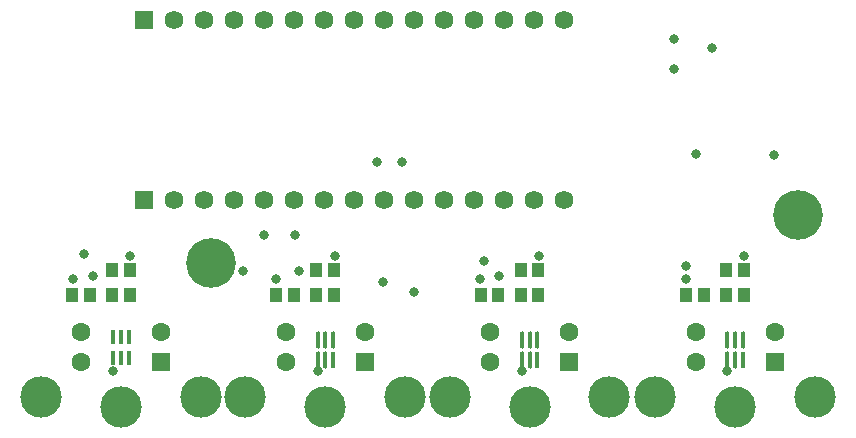
<source format=gbr>
%TF.GenerationSoftware,Altium Limited,Altium Designer,25.6.2 (33)*%
G04 Layer_Color=16711935*
%FSLAX45Y45*%
%MOMM*%
%TF.SameCoordinates,85768DE1-254B-4F2A-BBB9-FB77CA5A1332*%
%TF.FilePolarity,Negative*%
%TF.FileFunction,Soldermask,Bot*%
%TF.Part,Single*%
G01*
G75*
%TA.AperFunction,ComponentPad*%
%ADD14C,1.59000*%
%ADD18R,1.59000X1.59000*%
%TA.AperFunction,SMDPad,CuDef*%
G04:AMPARAMS|DCode=22|XSize=1.46387mm|YSize=0.37583mm|CornerRadius=0.18791mm|HoleSize=0mm|Usage=FLASHONLY|Rotation=90.000|XOffset=0mm|YOffset=0mm|HoleType=Round|Shape=RoundedRectangle|*
%AMROUNDEDRECTD22*
21,1,1.46387,0.00000,0,0,90.0*
21,1,1.08804,0.37583,0,0,90.0*
1,1,0.37583,0.00000,0.54402*
1,1,0.37583,0.00000,-0.54402*
1,1,0.37583,0.00000,-0.54402*
1,1,0.37583,0.00000,0.54402*
%
%ADD22ROUNDEDRECTD22*%
G04:AMPARAMS|DCode=23|XSize=1.2mm|YSize=0.37583mm|CornerRadius=0.18791mm|HoleSize=0mm|Usage=FLASHONLY|Rotation=90.000|XOffset=0mm|YOffset=0mm|HoleType=Round|Shape=RoundedRectangle|*
%AMROUNDEDRECTD23*
21,1,1.20000,0.00000,0,0,90.0*
21,1,0.82417,0.37583,0,0,90.0*
1,1,0.37583,0.00000,0.41209*
1,1,0.37583,0.00000,-0.41209*
1,1,0.37583,0.00000,-0.41209*
1,1,0.37583,0.00000,0.41209*
%
%ADD23ROUNDEDRECTD23*%
%ADD24R,0.37583X1.46387*%
G04:AMPARAMS|DCode=25|XSize=1.2mm|YSize=0.37mm|CornerRadius=0.185mm|HoleSize=0mm|Usage=FLASHONLY|Rotation=90.000|XOffset=0mm|YOffset=0mm|HoleType=Round|Shape=RoundedRectangle|*
%AMROUNDEDRECTD25*
21,1,1.20000,0.00000,0,0,90.0*
21,1,0.83000,0.37000,0,0,90.0*
1,1,0.37000,0.00000,0.41500*
1,1,0.37000,0.00000,-0.41500*
1,1,0.37000,0.00000,-0.41500*
1,1,0.37000,0.00000,0.41500*
%
%ADD25ROUNDEDRECTD25*%
%ADD26R,0.37583X1.20000*%
%TA.AperFunction,ViaPad*%
%ADD33C,4.20320*%
%TA.AperFunction,ComponentPad*%
%ADD34C,1.60120*%
%ADD35C,3.50920*%
%ADD36R,1.60120X1.60120*%
%TA.AperFunction,SMDPad,CuDef*%
%ADD37R,1.00320X1.20320*%
%TA.AperFunction,ViaPad*%
%ADD38C,0.83820*%
D14*
X1828800Y3556000D02*
D03*
X3606800Y2032000D02*
D03*
X1828800D02*
D03*
X1320800Y3556000D02*
D03*
X2844800Y2032000D02*
D03*
X2590800D02*
D03*
X1320800D02*
D03*
X1574800D02*
D03*
X2336800D02*
D03*
X3098800D02*
D03*
X3860800D02*
D03*
X4114800D02*
D03*
X4368800D02*
D03*
X4622800D02*
D03*
X2082800D02*
D03*
X3352800D02*
D03*
X4622800Y3556000D02*
D03*
X4368800D02*
D03*
X4114800D02*
D03*
X3860800D02*
D03*
X3606800D02*
D03*
X3352800D02*
D03*
X3098800D02*
D03*
X2844800D02*
D03*
X2590800D02*
D03*
X2336800D02*
D03*
X2082800D02*
D03*
X1574800D02*
D03*
D18*
X1066800Y2032000D02*
D03*
Y3556000D02*
D03*
D22*
X6005000Y842014D02*
D03*
X4265000D02*
D03*
X2535000D02*
D03*
X2600000Y677986D02*
D03*
Y842014D02*
D03*
X4330000Y677986D02*
D03*
Y842014D02*
D03*
X6070000Y677986D02*
D03*
Y842014D02*
D03*
X6135000D02*
D03*
X6005000Y677986D02*
D03*
X2665000Y842014D02*
D03*
X2535000Y677986D02*
D03*
X4395000Y842014D02*
D03*
X4265000Y677986D02*
D03*
D23*
X805000Y870540D02*
D03*
X870000Y696540D02*
D03*
Y870540D02*
D03*
X805000Y696540D02*
D03*
D24*
X2665000Y677986D02*
D03*
X6135000D02*
D03*
X4395000D02*
D03*
D25*
X935000Y870540D02*
D03*
D26*
Y696540D02*
D03*
D33*
X6600000Y1900000D02*
D03*
X1630000Y1500000D02*
D03*
D34*
X4665000Y909000D02*
D03*
X6405000D02*
D03*
X3995000D02*
D03*
X5735000Y660000D02*
D03*
X3995000D02*
D03*
X2265000D02*
D03*
X535000D02*
D03*
X1205000Y909000D02*
D03*
X5735000D02*
D03*
X535000D02*
D03*
X2935000D02*
D03*
X2265000D02*
D03*
D35*
X6746000Y360000D02*
D03*
X5394000D02*
D03*
X6070000Y279000D02*
D03*
X4330000D02*
D03*
X3654000Y360000D02*
D03*
X5006000D02*
D03*
X3276000D02*
D03*
X1924000D02*
D03*
X2600000Y279000D02*
D03*
X870000D02*
D03*
X194000Y360000D02*
D03*
X1546000D02*
D03*
D36*
X1205000Y660000D02*
D03*
X2935000D02*
D03*
X4665000D02*
D03*
X6405000D02*
D03*
D37*
X5995000Y1440000D02*
D03*
X4255000D02*
D03*
X5995000Y1230000D02*
D03*
X4255000D02*
D03*
X5805000D02*
D03*
X4065000D02*
D03*
X795000Y1440000D02*
D03*
X2525000D02*
D03*
X2335000Y1230000D02*
D03*
X795000D02*
D03*
X2525000D02*
D03*
X605000D02*
D03*
X4405000Y1440000D02*
D03*
X6145000D02*
D03*
X3915000Y1230000D02*
D03*
X945000Y1440000D02*
D03*
X5655000Y1230000D02*
D03*
X455000D02*
D03*
X2675000Y1440000D02*
D03*
X2185000Y1230000D02*
D03*
X2675000D02*
D03*
X6145000D02*
D03*
X4405000D02*
D03*
X945000D02*
D03*
D38*
X5550000Y3390000D02*
D03*
Y3140000D02*
D03*
X3350000Y1250000D02*
D03*
X3090000Y1340000D02*
D03*
X3040000Y2350000D02*
D03*
X3250000D02*
D03*
X6400000Y2410000D02*
D03*
X5740000Y2420000D02*
D03*
X5870000Y3320000D02*
D03*
X1900000Y1430000D02*
D03*
X2380000D02*
D03*
X3940000Y1510000D02*
D03*
X4070000Y1390000D02*
D03*
X5650000Y1470000D02*
D03*
X560000Y1570000D02*
D03*
X630000Y1390000D02*
D03*
X2340000Y1730000D02*
D03*
X2080000D02*
D03*
X4406900Y1560000D02*
D03*
X6145000D02*
D03*
X3910000Y1360000D02*
D03*
X950000Y1560000D02*
D03*
X5650000Y1360000D02*
D03*
X460000D02*
D03*
X2680000Y1560000D02*
D03*
X2180000Y1360000D02*
D03*
X6004560Y581660D02*
D03*
X4264660Y579120D02*
D03*
X2534920Y581660D02*
D03*
X805180Y579120D02*
D03*
%TF.MD5,c80f4126b72d1ca268b1da1c31dd2b69*%
M02*

</source>
